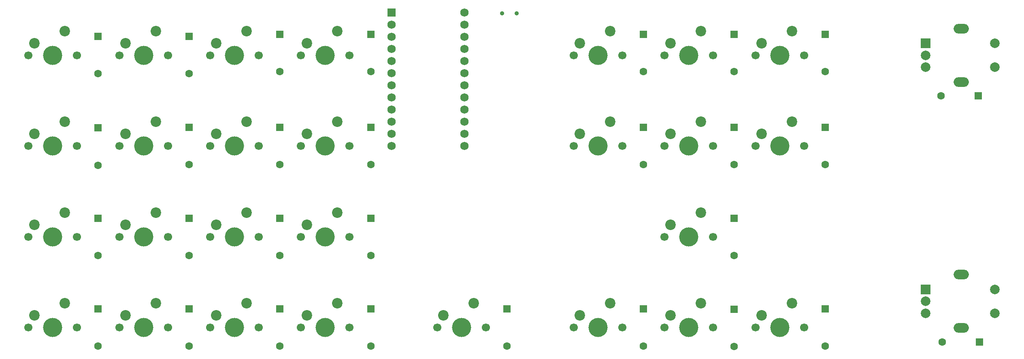
<source format=gbs>
%TF.GenerationSoftware,KiCad,Pcbnew,(6.0.7-1)-1*%
%TF.CreationDate,2022-09-14T08:57:37+02:00*%
%TF.ProjectId,yts-pcb,7974732d-7063-4622-9e6b-696361645f70,rev?*%
%TF.SameCoordinates,Original*%
%TF.FileFunction,Soldermask,Bot*%
%TF.FilePolarity,Negative*%
%FSLAX46Y46*%
G04 Gerber Fmt 4.6, Leading zero omitted, Abs format (unit mm)*
G04 Created by KiCad (PCBNEW (6.0.7-1)-1) date 2022-09-14 08:57:37*
%MOMM*%
%LPD*%
G01*
G04 APERTURE LIST*
%ADD10C,1.700000*%
%ADD11C,4.000000*%
%ADD12C,2.200000*%
%ADD13O,3.200000X2.000000*%
%ADD14R,2.000000X2.000000*%
%ADD15C,2.000000*%
%ADD16R,1.752600X1.752600*%
%ADD17C,1.752600*%
%ADD18C,0.900000*%
%ADD19R,1.600000X1.600000*%
%ADD20C,1.600000*%
G04 APERTURE END LIST*
D10*
%TO.C,SW11*%
X83420000Y-70500000D03*
X93580000Y-70500000D03*
D11*
X88500000Y-70500000D03*
D12*
X91040000Y-65420000D03*
X84690000Y-67960000D03*
%TD*%
D10*
%TO.C,SW3*%
X45420000Y-70500000D03*
D11*
X50500000Y-70500000D03*
D10*
X55580000Y-70500000D03*
D12*
X53040000Y-65420000D03*
X46690000Y-67960000D03*
%TD*%
D13*
%TO.C,SW30*%
X240500000Y-97400000D03*
X240500000Y-108600000D03*
D14*
X233000000Y-100500000D03*
D15*
X233000000Y-105500000D03*
X233000000Y-103000000D03*
X247500000Y-105500000D03*
X247500000Y-100500000D03*
%TD*%
D10*
%TO.C,SW6*%
X64420000Y-51500000D03*
X74580000Y-51500000D03*
D11*
X69500000Y-51500000D03*
D12*
X72040000Y-46420000D03*
X65690000Y-48960000D03*
%TD*%
D11*
%TO.C,SW14*%
X107500000Y-51500000D03*
D10*
X112580000Y-51500000D03*
X102420000Y-51500000D03*
D12*
X110040000Y-46420000D03*
X103690000Y-48960000D03*
%TD*%
D11*
%TO.C,SW17*%
X107500000Y-108500000D03*
D10*
X102420000Y-108500000D03*
X112580000Y-108500000D03*
D12*
X110040000Y-103420000D03*
X103690000Y-105960000D03*
%TD*%
D11*
%TO.C,SW13*%
X88500000Y-108500000D03*
D10*
X93580000Y-108500000D03*
X83420000Y-108500000D03*
D12*
X91040000Y-103420000D03*
X84690000Y-105960000D03*
%TD*%
D10*
%TO.C,SW12*%
X83420000Y-89500000D03*
D11*
X88500000Y-89500000D03*
D10*
X93580000Y-89500000D03*
D12*
X91040000Y-84420000D03*
X84690000Y-86960000D03*
%TD*%
D11*
%TO.C,SW10*%
X88500000Y-51500000D03*
D10*
X83420000Y-51500000D03*
X93580000Y-51500000D03*
D12*
X91040000Y-46420000D03*
X84690000Y-48960000D03*
%TD*%
D11*
%TO.C,SW5*%
X50500000Y-108500000D03*
D10*
X45420000Y-108500000D03*
X55580000Y-108500000D03*
D12*
X53040000Y-103420000D03*
X46690000Y-105960000D03*
%TD*%
D10*
%TO.C,SW15*%
X102420000Y-70500000D03*
D11*
X107500000Y-70500000D03*
D10*
X112580000Y-70500000D03*
D12*
X110040000Y-65420000D03*
X103690000Y-67960000D03*
%TD*%
D11*
%TO.C,SW16*%
X107500000Y-89500000D03*
D10*
X112580000Y-89500000D03*
X102420000Y-89500000D03*
D12*
X110040000Y-84420000D03*
X103690000Y-86960000D03*
%TD*%
D10*
%TO.C,SW8*%
X64420000Y-89500000D03*
X74580000Y-89500000D03*
D11*
X69500000Y-89500000D03*
D12*
X72040000Y-84420000D03*
X65690000Y-86960000D03*
%TD*%
D10*
%TO.C,SW27*%
X207580000Y-108500000D03*
X197420000Y-108500000D03*
D11*
X202500000Y-108500000D03*
D12*
X205040000Y-103420000D03*
X198690000Y-105960000D03*
%TD*%
D10*
%TO.C,SW18*%
X159420000Y-51500000D03*
D11*
X164500000Y-51500000D03*
D10*
X169580000Y-51500000D03*
D12*
X167040000Y-46420000D03*
X160690000Y-48960000D03*
%TD*%
D11*
%TO.C,SW4*%
X50500000Y-89500000D03*
D10*
X55580000Y-89500000D03*
X45420000Y-89500000D03*
D12*
X53040000Y-84420000D03*
X46690000Y-86960000D03*
%TD*%
D10*
%TO.C,SW26*%
X197420000Y-70500000D03*
D11*
X202500000Y-70500000D03*
D10*
X207580000Y-70500000D03*
D12*
X205040000Y-65420000D03*
X198690000Y-67960000D03*
%TD*%
D10*
%TO.C,SW24*%
X188580000Y-108500000D03*
X178420000Y-108500000D03*
D11*
X183500000Y-108500000D03*
D12*
X186040000Y-103420000D03*
X179690000Y-105960000D03*
%TD*%
D10*
%TO.C,SW23*%
X178420000Y-89500000D03*
X188580000Y-89500000D03*
D11*
X183500000Y-89500000D03*
D12*
X186040000Y-84420000D03*
X179690000Y-86960000D03*
%TD*%
D16*
%TO.C,U1*%
X121380000Y-42530000D03*
D17*
X121380000Y-45070000D03*
X121380000Y-47610000D03*
X121380000Y-50150000D03*
X121380000Y-52690000D03*
X121380000Y-55230000D03*
X121380000Y-57770000D03*
X121380000Y-60310000D03*
X121380000Y-62850000D03*
X121380000Y-65390000D03*
X121380000Y-67930000D03*
X121380000Y-70470000D03*
X136620000Y-70470000D03*
X136620000Y-67930000D03*
X136620000Y-65390000D03*
X136620000Y-62850000D03*
X136620000Y-60310000D03*
X136620000Y-57770000D03*
X136620000Y-55230000D03*
X136620000Y-52690000D03*
X136620000Y-50150000D03*
X136620000Y-47610000D03*
X136620000Y-45070000D03*
X136620000Y-42530000D03*
%TD*%
D11*
%TO.C,SW21*%
X183500000Y-51500000D03*
D10*
X178420000Y-51500000D03*
X188580000Y-51500000D03*
D12*
X186040000Y-46420000D03*
X179690000Y-48960000D03*
%TD*%
D13*
%TO.C,SW29*%
X240500000Y-45900000D03*
X240500000Y-57100000D03*
D14*
X233000000Y-49000000D03*
D15*
X233000000Y-54000000D03*
X233000000Y-51500000D03*
X247500000Y-54000000D03*
X247500000Y-49000000D03*
%TD*%
D10*
%TO.C,SW25*%
X197420000Y-51500000D03*
D11*
X202500000Y-51500000D03*
D10*
X207580000Y-51500000D03*
D12*
X205040000Y-46420000D03*
X198690000Y-48960000D03*
%TD*%
D10*
%TO.C,SW28*%
X130920000Y-108500000D03*
X141080000Y-108500000D03*
D11*
X136000000Y-108500000D03*
D12*
X138540000Y-103420000D03*
X132190000Y-105960000D03*
%TD*%
D10*
%TO.C,SW9*%
X74580000Y-108500000D03*
X64420000Y-108500000D03*
D11*
X69500000Y-108500000D03*
D12*
X72040000Y-103420000D03*
X65690000Y-105960000D03*
%TD*%
D11*
%TO.C,SW7*%
X69500000Y-70500000D03*
D10*
X64420000Y-70500000D03*
X74580000Y-70500000D03*
D12*
X72040000Y-65420000D03*
X65690000Y-67960000D03*
%TD*%
D10*
%TO.C,SW19*%
X159420000Y-70500000D03*
D11*
X164500000Y-70500000D03*
D10*
X169580000Y-70500000D03*
D12*
X167040000Y-65420000D03*
X160690000Y-67960000D03*
%TD*%
D11*
%TO.C,SW2*%
X50500000Y-51500000D03*
D10*
X45420000Y-51500000D03*
X55580000Y-51500000D03*
D12*
X53040000Y-46420000D03*
X46690000Y-48960000D03*
%TD*%
D11*
%TO.C,SW22*%
X183500000Y-70500000D03*
D10*
X188580000Y-70500000D03*
X178420000Y-70500000D03*
D12*
X186040000Y-65420000D03*
X179690000Y-67960000D03*
%TD*%
D18*
%TO.C,SW1*%
X147500000Y-42670000D03*
X144500000Y-42670000D03*
%TD*%
D10*
%TO.C,SW20*%
X159420000Y-108500000D03*
D11*
X164500000Y-108500000D03*
D10*
X169580000Y-108500000D03*
D12*
X167040000Y-103420000D03*
X160690000Y-105960000D03*
%TD*%
D19*
%TO.C,D27*%
X244000000Y-60000000D03*
D20*
X236200000Y-60000000D03*
%TD*%
D19*
%TO.C,D19*%
X174000000Y-104600000D03*
D20*
X174000000Y-112400000D03*
%TD*%
D19*
%TO.C,D8*%
X79000000Y-104600000D03*
D20*
X79000000Y-112400000D03*
%TD*%
D19*
%TO.C,D15*%
X117000000Y-85600000D03*
D20*
X117000000Y-93400000D03*
%TD*%
D19*
%TO.C,D1*%
X60000000Y-47500000D03*
D20*
X60000000Y-55300000D03*
%TD*%
D19*
%TO.C,D11*%
X98000000Y-85600000D03*
D20*
X98000000Y-93400000D03*
%TD*%
D19*
%TO.C,D25*%
X212000000Y-66600000D03*
D20*
X212000000Y-74400000D03*
%TD*%
D19*
%TO.C,D3*%
X60000000Y-85600000D03*
D20*
X60000000Y-93400000D03*
%TD*%
D19*
%TO.C,D17*%
X174000000Y-47100000D03*
D20*
X174000000Y-54900000D03*
%TD*%
D19*
%TO.C,D13*%
X117000000Y-47100000D03*
D20*
X117000000Y-54900000D03*
%TD*%
D19*
%TO.C,D29*%
X244300000Y-111500000D03*
D20*
X236500000Y-111500000D03*
%TD*%
D19*
%TO.C,D22*%
X193000000Y-85600000D03*
D20*
X193000000Y-93400000D03*
%TD*%
D19*
%TO.C,D6*%
X79000000Y-66600000D03*
D20*
X79000000Y-74400000D03*
%TD*%
D19*
%TO.C,D12*%
X98000000Y-104600000D03*
D20*
X98000000Y-112400000D03*
%TD*%
D19*
%TO.C,D4*%
X60000000Y-104600000D03*
D20*
X60000000Y-112400000D03*
%TD*%
D19*
%TO.C,D26*%
X212000000Y-104600000D03*
D20*
X212000000Y-112400000D03*
%TD*%
D19*
%TO.C,D16*%
X117000000Y-104600000D03*
D20*
X117000000Y-112400000D03*
%TD*%
D19*
%TO.C,D7*%
X79000000Y-85600000D03*
D20*
X79000000Y-93400000D03*
%TD*%
D19*
%TO.C,D20*%
X193000000Y-47100000D03*
D20*
X193000000Y-54900000D03*
%TD*%
D19*
%TO.C,D18*%
X174000000Y-66600000D03*
D20*
X174000000Y-74400000D03*
%TD*%
D19*
%TO.C,D2*%
X60000000Y-66700000D03*
D20*
X60000000Y-74500000D03*
%TD*%
D19*
%TO.C,D9*%
X98000000Y-47100000D03*
D20*
X98000000Y-54900000D03*
%TD*%
D19*
%TO.C,D24*%
X212000000Y-47100000D03*
D20*
X212000000Y-54900000D03*
%TD*%
D19*
%TO.C,D28*%
X145500000Y-104600000D03*
D20*
X145500000Y-112400000D03*
%TD*%
D19*
%TO.C,D14*%
X117000000Y-66600000D03*
D20*
X117000000Y-74400000D03*
%TD*%
D19*
%TO.C,D10*%
X98000000Y-66600000D03*
D20*
X98000000Y-74400000D03*
%TD*%
D19*
%TO.C,D23*%
X193000000Y-104700000D03*
D20*
X193000000Y-112500000D03*
%TD*%
D19*
%TO.C,D21*%
X193000000Y-66600000D03*
D20*
X193000000Y-74400000D03*
%TD*%
D19*
%TO.C,D5*%
X79000000Y-47500000D03*
D20*
X79000000Y-55300000D03*
%TD*%
M02*

</source>
